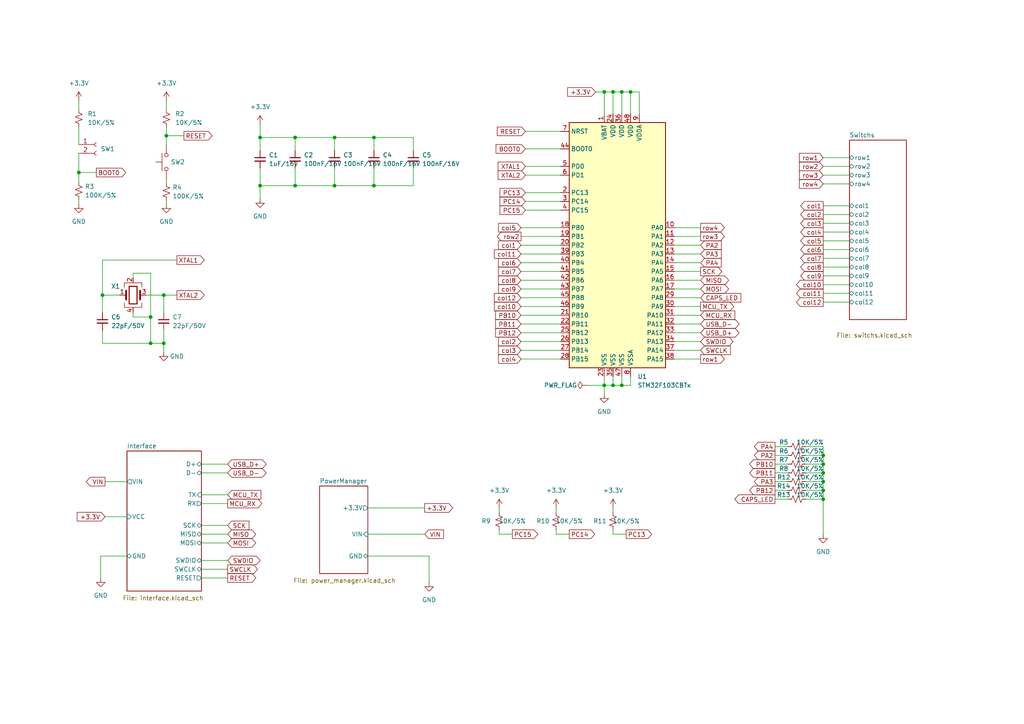
<source format=kicad_sch>
(kicad_sch (version 20211123) (generator eeschema)
  (paper "A4")
  (lib_symbols
    (symbol "Connector:Conn_01x02_Female" (pin_names (offset 1.016) hide)
      (property "Reference" "J" (at 0 2.54 0))
      (property "Value" "Conn_01x02_Female" (at 0 -5.08 0))
      (symbol "Conn_01x02_Female_1_1"
        (arc (start 0 -2.032) (mid -0.508 -2.54) (end 0 -3.048) (stroke (width 0.1524)))
        (polyline (pts (xy -1.27 -2.54) (xy -0.508 -2.54)) (stroke (width 0.1524)))
        (polyline (pts (xy -1.27 0) (xy -0.508 0)) (stroke (width 0.1524)))
        (arc (start 0 0.508) (mid -0.508 0) (end 0 -0.508) (stroke (width 0.1524)))
        (pin passive line (at -5.08 0 0) (length 3.81) (name "Pin_1") (number "1"))
        (pin passive line (at -5.08 -2.54 0) (length 3.81) (name "Pin_2") (number "2"))
      )
    )
    (symbol "Device:C_Small" (pin_numbers hide) (pin_names (offset 0.254) hide)
      (property "Reference" "C" (at 0.254 1.778 0))
      (property "Value" "C_Small" (at 0.254 -2.032 0))
      (symbol "C_Small_0_1"
        (polyline (pts (xy -1.524 -0.508) (xy 1.524 -0.508)) (stroke (width 0.3302)))
        (polyline (pts (xy -1.524 0.508) (xy 1.524 0.508)) (stroke (width 0.3048)))
      )
      (symbol "C_Small_1_1"
        (pin passive line (at 0 2.54 270) (length 2.032) (name "~") (number "1"))
        (pin passive line (at 0 -2.54 90) (length 2.032) (name "~") (number "2"))
      )
    )
    (symbol "Device:Crystal_GND24" (pin_names (offset 1.016) hide)
      (property "Reference" "Y" (at 3.175 5.08 0))
      (property "Value" "Crystal_GND24" (at 3.175 3.175 0))
      (symbol "Crystal_GND24_0_1"
        (rectangle (start -1.143 2.54) (end 1.143 -2.54) (stroke (width 0.3048)))
        (polyline (pts (xy -2.54 0) (xy -2.032 0)))
        (polyline (pts (xy -2.032 -1.27) (xy -2.032 1.27)) (stroke (width 0.508)))
        (polyline (pts (xy 0 -3.81) (xy 0 -3.556)))
        (polyline (pts (xy 0 3.556) (xy 0 3.81)))
        (polyline (pts (xy 2.032 -1.27) (xy 2.032 1.27)) (stroke (width 0.508)))
        (polyline (pts (xy 2.032 0) (xy 2.54 0)))
        (polyline (pts (xy -2.54 -2.286) (xy -2.54 -3.556) (xy 2.54 -3.556) (xy 2.54 -2.286)))
        (polyline (pts (xy -2.54 2.286) (xy -2.54 3.556) (xy 2.54 3.556) (xy 2.54 2.286)))
      )
      (symbol "Crystal_GND24_1_1"
        (pin passive line (at -3.81 0 0) (length 1.27) (name "1") (number "1"))
        (pin passive line (at 0 5.08 270) (length 1.27) (name "2") (number "2"))
        (pin passive line (at 3.81 0 180) (length 1.27) (name "3") (number "3"))
        (pin passive line (at 0 -5.08 90) (length 1.27) (name "4") (number "4"))
      )
    )
    (symbol "Device:R_Small_US" (pin_numbers hide) (pin_names (offset 0.254) hide)
      (property "Reference" "R" (at 0.762 0.508 0))
      (property "Value" "R_Small_US" (at 0.762 -1.016 0))
      (symbol "R_Small_US_1_1"
        (polyline (pts (xy 0 0) (xy 1.016 -0.381) (xy 0 -0.762) (xy -1.016 -1.143) (xy 0 -1.524)))
        (polyline (pts (xy 0 1.524) (xy 1.016 1.143) (xy 0 0.762) (xy -1.016 0.381) (xy 0 0)))
        (pin passive line (at 0 2.54 270) (length 1.016) (name "~") (number "1"))
        (pin passive line (at 0 -2.54 90) (length 1.016) (name "~") (number "2"))
      )
    )
    (symbol "MCU_ST_STM32F1:STM32F103CBTx"
      (property "Reference" "U" (at -15.24 36.83 0))
      (property "Value" "STM32F103CBTx" (at 7.62 36.83 0))
      (symbol "STM32F103CBTx_0_1"
        (rectangle (start -15.24 -35.56) (end 12.7 35.56) (stroke (width 0.254)) (fill (type background)))
      )
      (symbol "STM32F103CBTx_1_1"
        (pin power_in line (at -5.08 38.1 270) (length 2.54) (name "VBAT") (number "1"))
        (pin bidirectional line (at 15.24 5.08 180) (length 2.54) (name "PA0") (number "10"))
        (pin bidirectional line (at 15.24 2.54 180) (length 2.54) (name "PA1") (number "11"))
        (pin bidirectional line (at 15.24 0 180) (length 2.54) (name "PA2") (number "12"))
        (pin bidirectional line (at 15.24 -2.54 180) (length 2.54) (name "PA3") (number "13"))
        (pin bidirectional line (at 15.24 -5.08 180) (length 2.54) (name "PA4") (number "14"))
        (pin bidirectional line (at 15.24 -7.62 180) (length 2.54) (name "PA5") (number "15"))
        (pin bidirectional line (at 15.24 -10.16 180) (length 2.54) (name "PA6") (number "16"))
        (pin bidirectional line (at 15.24 -12.7 180) (length 2.54) (name "PA7") (number "17"))
        (pin bidirectional line (at -17.78 5.08 0) (length 2.54) (name "PB0") (number "18"))
        (pin bidirectional line (at -17.78 2.54 0) (length 2.54) (name "PB1") (number "19"))
        (pin bidirectional line (at -17.78 15.24 0) (length 2.54) (name "PC13") (number "2"))
        (pin bidirectional line (at -17.78 0 0) (length 2.54) (name "PB2") (number "20"))
        (pin bidirectional line (at -17.78 -20.32 0) (length 2.54) (name "PB10") (number "21"))
        (pin bidirectional line (at -17.78 -22.86 0) (length 2.54) (name "PB11") (number "22"))
        (pin power_in line (at -5.08 -38.1 90) (length 2.54) (name "VSS") (number "23"))
        (pin power_in line (at -2.54 38.1 270) (length 2.54) (name "VDD") (number "24"))
        (pin bidirectional line (at -17.78 -25.4 0) (length 2.54) (name "PB12") (number "25"))
        (pin bidirectional line (at -17.78 -27.94 0) (length 2.54) (name "PB13") (number "26"))
        (pin bidirectional line (at -17.78 -30.48 0) (length 2.54) (name "PB14") (number "27"))
        (pin bidirectional line (at -17.78 -33.02 0) (length 2.54) (name "PB15") (number "28"))
        (pin bidirectional line (at 15.24 -15.24 180) (length 2.54) (name "PA8") (number "29"))
        (pin bidirectional line (at -17.78 12.7 0) (length 2.54) (name "PC14") (number "3"))
        (pin bidirectional line (at 15.24 -17.78 180) (length 2.54) (name "PA9") (number "30"))
        (pin bidirectional line (at 15.24 -20.32 180) (length 2.54) (name "PA10") (number "31"))
        (pin bidirectional line (at 15.24 -22.86 180) (length 2.54) (name "PA11") (number "32"))
        (pin bidirectional line (at 15.24 -25.4 180) (length 2.54) (name "PA12") (number "33"))
        (pin bidirectional line (at 15.24 -27.94 180) (length 2.54) (name "PA13") (number "34"))
        (pin power_in line (at -2.54 -38.1 90) (length 2.54) (name "VSS") (number "35"))
        (pin power_in line (at 0 38.1 270) (length 2.54) (name "VDD") (number "36"))
        (pin bidirectional line (at 15.24 -30.48 180) (length 2.54) (name "PA14") (number "37"))
        (pin bidirectional line (at 15.24 -33.02 180) (length 2.54) (name "PA15") (number "38"))
        (pin bidirectional line (at -17.78 -2.54 0) (length 2.54) (name "PB3") (number "39"))
        (pin bidirectional line (at -17.78 10.16 0) (length 2.54) (name "PC15") (number "4"))
        (pin bidirectional line (at -17.78 -5.08 0) (length 2.54) (name "PB4") (number "40"))
        (pin bidirectional line (at -17.78 -7.62 0) (length 2.54) (name "PB5") (number "41"))
        (pin bidirectional line (at -17.78 -10.16 0) (length 2.54) (name "PB6") (number "42"))
        (pin bidirectional line (at -17.78 -12.7 0) (length 2.54) (name "PB7") (number "43"))
        (pin input line (at -17.78 27.94 0) (length 2.54) (name "BOOT0") (number "44"))
        (pin bidirectional line (at -17.78 -15.24 0) (length 2.54) (name "PB8") (number "45"))
        (pin bidirectional line (at -17.78 -17.78 0) (length 2.54) (name "PB9") (number "46"))
        (pin power_in line (at 0 -38.1 90) (length 2.54) (name "VSS") (number "47"))
        (pin power_in line (at 2.54 38.1 270) (length 2.54) (name "VDD") (number "48"))
        (pin input line (at -17.78 22.86 0) (length 2.54) (name "PD0") (number "5"))
        (pin input line (at -17.78 20.32 0) (length 2.54) (name "PD1") (number "6"))
        (pin input line (at -17.78 33.02 0) (length 2.54) (name "NRST") (number "7"))
        (pin power_in line (at 2.54 -38.1 90) (length 2.54) (name "VSSA") (number "8"))
        (pin power_in line (at 5.08 38.1 270) (length 2.54) (name "VDDA") (number "9"))
      )
    )
    (symbol "Switch:SW_Push" (pin_numbers hide) (pin_names (offset 1.016) hide)
      (property "Reference" "SW" (at 1.27 2.54 0))
      (property "Value" "SW_Push" (at 0 -1.524 0))
      (symbol "SW_Push_0_1"
        (circle (center -2.032 0) (radius 0.508))
        (polyline (pts (xy 0 1.27) (xy 0 3.048)))
        (polyline (pts (xy 2.54 1.27) (xy -2.54 1.27)))
        (circle (center 2.032 0) (radius 0.508))
        (pin passive line (at -5.08 0 0) (length 2.54) (name "1") (number "1"))
        (pin passive line (at 5.08 0 180) (length 2.54) (name "2") (number "2"))
      )
    )
    (symbol "power:+3.3V" (power) (pin_names (offset 0))
      (property "Value" "+3.3V" (at 0 3.556 0))
      (symbol "+3.3V_0_1"
        (polyline (pts (xy -0.762 1.27) (xy 0 2.54)))
        (polyline (pts (xy 0 0) (xy 0 2.54)))
        (polyline (pts (xy 0 2.54) (xy 0.762 1.27)))
      )
      (symbol "+3.3V_1_1"
        (pin power_in line (at 0 0 90) (length 0) hide (name "+3.3V") (number "1"))
      )
    )
    (symbol "power:GND" (power) (pin_names (offset 0))
      (property "Value" "GND" (at 0 -3.81 0))
      (symbol "GND_0_1"
        (polyline (pts (xy 0 0) (xy 0 -1.27) (xy 1.27 -1.27) (xy 0 -2.54) (xy -1.27 -1.27) (xy 0 -1.27)))
      )
      (symbol "GND_1_1"
        (pin power_in line (at 0 0 270) (length 0) hide (name "GND") (number "1"))
      )
    )
    (symbol "power:PWR_FLAG" (power) (pin_numbers hide) (pin_names (offset 0) hide)
      (property "Value" "PWR_FLAG" (at 0 3.81 0))
      (symbol "PWR_FLAG_0_0"
        (pin power_out line (at 0 0 90) (length 0) (name "pwr") (number "1"))
      )
      (symbol "PWR_FLAG_0_1"
        (polyline (pts (xy 0 0) (xy 0 1.27) (xy -1.016 1.905) (xy 0 2.54) (xy 1.016 1.905) (xy 0 1.27)))
      )
    )
  )
  (junction (at 75.438 53.848))
  (junction (at 97.028 53.848))
  (junction (at 48.26 39.37))
  (junction (at 97.028 39.878))
  (junction (at 238.76 142.24))
  (junction (at 29.718 85.598))
  (junction (at 85.598 39.878))
  (junction (at 177.8 26.67))
  (junction (at 238.76 144.78))
  (junction (at 238.76 134.62))
  (junction (at 85.598 53.848))
  (junction (at 75.438 39.878))
  (junction (at 47.498 99.568))
  (junction (at 43.688 99.568))
  (junction (at 238.76 139.7))
  (junction (at 43.688 91.948))
  (junction (at 238.76 132.08))
  (junction (at 180.34 26.67))
  (junction (at 108.458 39.878))
  (junction (at 238.76 137.16))
  (junction (at 180.34 111.76))
  (junction (at 182.88 26.67))
  (junction (at 22.86 50.038))
  (junction (at 175.26 111.76))
  (junction (at 177.8 111.76))
  (junction (at 47.498 85.598))
  (junction (at 175.26 26.67))
  (junction (at 108.458 53.848))
  (wire (pts (xy 58.42 167.64) (xy 66.04 167.64)))
  (wire (pts (xy 144.78 154.94) (xy 148.59 154.94)))
  (wire (pts (xy 85.598 53.848) (xy 75.438 53.848)))
  (wire (pts (xy 224.79 144.78) (xy 228.6 144.78)))
  (wire (pts (xy 42.418 85.598) (xy 47.498 85.598)))
  (wire (pts (xy 151.13 71.12) (xy 162.56 71.12)))
  (wire (pts (xy 108.458 53.848) (xy 97.028 53.848)))
  (wire (pts (xy 85.598 48.768) (xy 85.598 53.848)))
  (wire (pts (xy 29.718 75.438) (xy 29.718 85.598)))
  (wire (pts (xy 238.76 50.8) (xy 246.38 50.8)))
  (wire (pts (xy 144.78 153.67) (xy 144.78 154.94)))
  (wire (pts (xy 85.598 39.878) (xy 97.028 39.878)))
  (wire (pts (xy 161.29 147.32) (xy 161.29 148.59)))
  (wire (pts (xy 224.79 137.16) (xy 228.6 137.16)))
  (wire (pts (xy 177.8 26.67) (xy 177.8 33.02)))
  (wire (pts (xy 233.68 129.54) (xy 238.76 129.54)))
  (wire (pts (xy 177.8 109.22) (xy 177.8 111.76)))
  (wire (pts (xy 224.79 139.7) (xy 228.6 139.7)))
  (wire (pts (xy 151.13 68.58) (xy 162.56 68.58)))
  (wire (pts (xy 58.42 137.16) (xy 66.04 137.16)))
  (wire (pts (xy 182.88 109.22) (xy 182.88 111.76)))
  (wire (pts (xy 151.13 104.14) (xy 162.56 104.14)))
  (wire (pts (xy 238.76 59.69) (xy 246.38 59.69)))
  (wire (pts (xy 233.68 132.08) (xy 238.76 132.08)))
  (wire (pts (xy 151.13 81.28) (xy 162.56 81.28)))
  (wire (pts (xy 22.86 36.83) (xy 22.86 41.91)))
  (wire (pts (xy 152.4 48.26) (xy 162.56 48.26)))
  (wire (pts (xy 58.42 152.4) (xy 66.04 152.4)))
  (wire (pts (xy 195.58 68.58) (xy 203.2 68.58)))
  (wire (pts (xy 233.68 144.78) (xy 238.76 144.78)))
  (wire (pts (xy 195.58 83.82) (xy 203.2 83.82)))
  (wire (pts (xy 224.79 134.62) (xy 228.6 134.62)))
  (wire (pts (xy 175.26 33.02) (xy 175.26 26.67)))
  (wire (pts (xy 233.68 142.24) (xy 238.76 142.24)))
  (wire (pts (xy 195.58 101.6) (xy 203.2 101.6)))
  (wire (pts (xy 58.42 146.05) (xy 66.04 146.05)))
  (wire (pts (xy 238.76 67.31) (xy 246.38 67.31)))
  (wire (pts (xy 58.42 162.56) (xy 66.04 162.56)))
  (wire (pts (xy 119.888 48.768) (xy 119.888 53.848)))
  (wire (pts (xy 224.79 142.24) (xy 228.6 142.24)))
  (wire (pts (xy 238.76 69.85) (xy 246.38 69.85)))
  (wire (pts (xy 238.76 48.26) (xy 246.38 48.26)))
  (wire (pts (xy 151.13 86.36) (xy 162.56 86.36)))
  (wire (pts (xy 195.58 71.12) (xy 203.2 71.12)))
  (wire (pts (xy 238.76 77.47) (xy 246.38 77.47)))
  (wire (pts (xy 38.608 91.948) (xy 43.688 91.948)))
  (wire (pts (xy 151.13 101.6) (xy 162.56 101.6)))
  (wire (pts (xy 177.8 154.94) (xy 181.61 154.94)))
  (wire (pts (xy 75.438 39.878) (xy 85.598 39.878)))
  (wire (pts (xy 48.26 39.37) (xy 53.34 39.37)))
  (wire (pts (xy 177.8 111.76) (xy 180.34 111.76)))
  (wire (pts (xy 238.76 134.62) (xy 238.76 137.16)))
  (wire (pts (xy 36.83 161.29) (xy 29.21 161.29)))
  (wire (pts (xy 224.79 129.54) (xy 228.6 129.54)))
  (wire (pts (xy 97.028 48.768) (xy 97.028 53.848)))
  (wire (pts (xy 195.58 99.06) (xy 203.2 99.06)))
  (wire (pts (xy 238.76 72.39) (xy 246.38 72.39)))
  (wire (pts (xy 161.29 153.67) (xy 161.29 154.94)))
  (wire (pts (xy 195.58 86.36) (xy 203.2 86.36)))
  (wire (pts (xy 152.4 43.18) (xy 162.56 43.18)))
  (wire (pts (xy 238.76 62.23) (xy 246.38 62.23)))
  (wire (pts (xy 151.13 99.06) (xy 162.56 99.06)))
  (wire (pts (xy 238.76 144.78) (xy 238.76 154.94)))
  (wire (pts (xy 161.29 154.94) (xy 165.1 154.94)))
  (wire (pts (xy 151.13 78.74) (xy 162.56 78.74)))
  (wire (pts (xy 75.438 53.848) (xy 75.438 57.658)))
  (wire (pts (xy 58.42 157.48) (xy 66.04 157.48)))
  (wire (pts (xy 195.58 73.66) (xy 203.2 73.66)))
  (wire (pts (xy 151.13 88.9) (xy 162.56 88.9)))
  (wire (pts (xy 195.58 88.9) (xy 203.2 88.9)))
  (wire (pts (xy 97.028 53.848) (xy 85.598 53.848)))
  (wire (pts (xy 224.79 132.08) (xy 228.6 132.08)))
  (wire (pts (xy 106.68 154.94) (xy 123.19 154.94)))
  (wire (pts (xy 22.86 44.45) (xy 22.86 50.038)))
  (wire (pts (xy 108.458 39.878) (xy 119.888 39.878)))
  (wire (pts (xy 152.4 60.96) (xy 162.56 60.96)))
  (wire (pts (xy 195.58 66.04) (xy 203.2 66.04)))
  (wire (pts (xy 152.4 38.1) (xy 162.56 38.1)))
  (wire (pts (xy 238.76 142.24) (xy 238.76 144.78)))
  (wire (pts (xy 38.608 91.948) (xy 38.608 90.678)))
  (wire (pts (xy 185.42 26.67) (xy 185.42 33.02)))
  (wire (pts (xy 238.76 137.16) (xy 238.76 139.7)))
  (wire (pts (xy 58.42 154.94) (xy 66.04 154.94)))
  (wire (pts (xy 108.458 48.768) (xy 108.458 53.848)))
  (wire (pts (xy 238.76 139.7) (xy 238.76 142.24)))
  (wire (pts (xy 106.68 161.29) (xy 124.46 161.29)))
  (wire (pts (xy 29.718 99.568) (xy 43.688 99.568)))
  (wire (pts (xy 195.58 76.2) (xy 203.2 76.2)))
  (wire (pts (xy 152.4 55.88) (xy 162.56 55.88)))
  (wire (pts (xy 172.72 26.67) (xy 175.26 26.67)))
  (wire (pts (xy 48.26 52.07) (xy 48.26 53.086)))
  (wire (pts (xy 182.88 26.67) (xy 182.88 33.02)))
  (wire (pts (xy 48.26 39.37) (xy 48.26 41.91)))
  (wire (pts (xy 124.46 161.29) (xy 124.46 168.91)))
  (wire (pts (xy 29.718 95.758) (xy 29.718 99.568)))
  (wire (pts (xy 151.13 96.52) (xy 162.56 96.52)))
  (wire (pts (xy 152.4 50.8) (xy 162.56 50.8)))
  (wire (pts (xy 47.498 95.758) (xy 47.498 99.568)))
  (wire (pts (xy 195.58 91.44) (xy 203.2 91.44)))
  (wire (pts (xy 144.78 147.32) (xy 144.78 148.59)))
  (wire (pts (xy 195.58 104.14) (xy 203.2 104.14)))
  (wire (pts (xy 151.13 83.82) (xy 162.56 83.82)))
  (wire (pts (xy 22.86 50.038) (xy 22.86 52.832)))
  (wire (pts (xy 22.86 29.21) (xy 22.86 31.75)))
  (wire (pts (xy 75.438 39.878) (xy 75.438 43.688)))
  (wire (pts (xy 119.888 53.848) (xy 108.458 53.848)))
  (wire (pts (xy 152.4 58.42) (xy 162.56 58.42)))
  (wire (pts (xy 48.26 29.21) (xy 48.26 31.75)))
  (wire (pts (xy 75.438 36.068) (xy 75.438 39.878)))
  (wire (pts (xy 177.8 147.32) (xy 177.8 148.59)))
  (wire (pts (xy 151.13 73.66) (xy 162.56 73.66)))
  (wire (pts (xy 195.58 93.98) (xy 203.2 93.98)))
  (wire (pts (xy 97.028 39.878) (xy 97.028 43.688)))
  (wire (pts (xy 58.42 134.62) (xy 66.04 134.62)))
  (wire (pts (xy 51.308 75.438) (xy 29.718 75.438)))
  (wire (pts (xy 30.48 139.7) (xy 36.83 139.7)))
  (wire (pts (xy 47.498 85.598) (xy 47.498 90.678)))
  (wire (pts (xy 151.13 91.44) (xy 162.56 91.44)))
  (wire (pts (xy 22.86 57.912) (xy 22.86 59.182)))
  (wire (pts (xy 238.76 82.55) (xy 246.38 82.55)))
  (wire (pts (xy 175.26 26.67) (xy 177.8 26.67)))
  (wire (pts (xy 170.18 111.76) (xy 175.26 111.76)))
  (wire (pts (xy 85.598 39.878) (xy 85.598 43.688)))
  (wire (pts (xy 106.68 147.32) (xy 123.19 147.32)))
  (wire (pts (xy 175.26 111.76) (xy 175.26 114.3)))
  (wire (pts (xy 195.58 81.28) (xy 203.2 81.28)))
  (wire (pts (xy 238.76 53.34) (xy 246.38 53.34)))
  (wire (pts (xy 175.26 109.22) (xy 175.26 111.76)))
  (wire (pts (xy 238.76 74.93) (xy 246.38 74.93)))
  (wire (pts (xy 75.438 48.768) (xy 75.438 53.848)))
  (wire (pts (xy 238.76 85.09) (xy 246.38 85.09)))
  (wire (pts (xy 238.76 45.72) (xy 246.38 45.72)))
  (wire (pts (xy 195.58 96.52) (xy 203.2 96.52)))
  (wire (pts (xy 238.76 129.54) (xy 238.76 132.08)))
  (wire (pts (xy 151.13 76.2) (xy 162.56 76.2)))
  (wire (pts (xy 43.688 99.568) (xy 47.498 99.568)))
  (wire (pts (xy 43.688 91.948) (xy 43.688 99.568)))
  (wire (pts (xy 119.888 39.878) (xy 119.888 43.688)))
  (wire (pts (xy 30.48 149.86) (xy 36.83 149.86)))
  (wire (pts (xy 182.88 26.67) (xy 185.42 26.67)))
  (wire (pts (xy 180.34 26.67) (xy 182.88 26.67)))
  (wire (pts (xy 97.028 39.878) (xy 108.458 39.878)))
  (wire (pts (xy 238.76 64.77) (xy 246.38 64.77)))
  (wire (pts (xy 38.608 79.248) (xy 43.688 79.248)))
  (wire (pts (xy 238.76 87.63) (xy 246.38 87.63)))
  (wire (pts (xy 47.498 99.568) (xy 47.498 102.108)))
  (wire (pts (xy 151.13 93.98) (xy 162.56 93.98)))
  (wire (pts (xy 180.34 109.22) (xy 180.34 111.76)))
  (wire (pts (xy 238.76 80.01) (xy 246.38 80.01)))
  (wire (pts (xy 48.26 36.83) (xy 48.26 39.37)))
  (wire (pts (xy 180.34 26.67) (xy 180.34 33.02)))
  (wire (pts (xy 58.42 165.1) (xy 66.04 165.1)))
  (wire (pts (xy 195.58 78.74) (xy 203.2 78.74)))
  (wire (pts (xy 29.21 161.29) (xy 29.21 167.64)))
  (wire (pts (xy 177.8 26.67) (xy 180.34 26.67)))
  (wire (pts (xy 233.68 137.16) (xy 238.76 137.16)))
  (wire (pts (xy 233.68 134.62) (xy 238.76 134.62)))
  (wire (pts (xy 58.42 143.51) (xy 66.04 143.51)))
  (wire (pts (xy 48.26 58.166) (xy 48.26 59.182)))
  (wire (pts (xy 151.13 66.04) (xy 162.56 66.04)))
  (wire (pts (xy 47.498 85.598) (xy 51.308 85.598)))
  (wire (pts (xy 177.8 153.67) (xy 177.8 154.94)))
  (wire (pts (xy 22.86 50.038) (xy 27.94 50.038)))
  (wire (pts (xy 177.8 111.76) (xy 175.26 111.76)))
  (wire (pts (xy 108.458 39.878) (xy 108.458 43.688)))
  (wire (pts (xy 238.76 132.08) (xy 238.76 134.62)))
  (wire (pts (xy 38.608 80.518) (xy 38.608 79.248)))
  (wire (pts (xy 43.688 79.248) (xy 43.688 91.948)))
  (wire (pts (xy 34.798 85.598) (xy 29.718 85.598)))
  (wire (pts (xy 233.68 139.7) (xy 238.76 139.7)))
  (wire (pts (xy 180.34 111.76) (xy 182.88 111.76)))
  (wire (pts (xy 29.718 85.598) (xy 29.718 90.678)))
  (global_label "PB12" (shape input) (at 151.13 96.52 180) (property "插入圖紙頁參考" "${INTERSHEET_REFS}" (effects hide)))
  (global_label "col6" (shape output) (at 238.76 72.39 180) (property "插入圖紙頁參考" "${INTERSHEET_REFS}" (effects hide)))
  (global_label "col3" (shape input) (at 151.13 101.6 180) (property "插入圖紙頁參考" "${INTERSHEET_REFS}" (effects hide)))
  (global_label "col9" (shape input) (at 151.13 83.82 180) (property "插入圖紙頁參考" "${INTERSHEET_REFS}" (effects hide)))
  (global_label "col4" (shape input) (at 151.13 104.14 180) (property "插入圖紙頁參考" "${INTERSHEET_REFS}" (effects hide)))
  (global_label "col8" (shape input) (at 151.13 81.28 180) (property "插入圖紙頁參考" "${INTERSHEET_REFS}" (effects hide)))
  (global_label "RESET" (shape input) (at 152.4 38.1 180) (property "插入圖紙頁參考" "${INTERSHEET_REFS}" (effects hide)))
  (global_label "col1" (shape input) (at 151.13 71.12 180) (property "插入圖紙頁參考" "${INTERSHEET_REFS}" (effects hide)))
  (global_label "row3" (shape output) (at 203.2 68.58 0) (property "插入圖紙頁參考" "${INTERSHEET_REFS}" (effects hide)))
  (global_label "col9" (shape output) (at 238.76 80.01 180) (property "插入圖紙頁參考" "${INTERSHEET_REFS}" (effects hide)))
  (global_label "USB_D-" (shape bidirectional) (at 66.04 137.16 0) (property "插入圖紙頁參考" "${INTERSHEET_REFS}" (effects hide)))
  (global_label "col2" (shape input) (at 151.13 99.06 180) (property "插入圖紙頁參考" "${INTERSHEET_REFS}" (effects hide)))
  (global_label "+3.3V" (shape input) (at 172.72 26.67 180) (property "插入圖紙頁參考" "${INTERSHEET_REFS}" (effects hide)))
  (global_label "+3.3V" (shape input) (at 30.48 149.86 180) (property "插入圖紙頁參考" "${INTERSHEET_REFS}" (effects hide)))
  (global_label "PB11" (shape input) (at 151.13 93.98 180) (property "插入圖紙頁參考" "${INTERSHEET_REFS}" (effects hide)))
  (global_label "XTAL1" (shape output) (at 51.308 75.438 0) (property "插入圖紙頁參考" "${INTERSHEET_REFS}" (effects hide)))
  (global_label "col12" (shape input) (at 151.13 86.36 180) (property "插入圖紙頁參考" "${INTERSHEET_REFS}" (effects hide)))
  (global_label "CAPS_LED" (shape output) (at 224.79 144.78 180) (property "插入圖紙頁參考" "${INTERSHEET_REFS}" (effects hide)))
  (global_label "row2" (shape input) (at 238.76 48.26 180) (property "插入圖紙頁參考" "${INTERSHEET_REFS}" (effects hide)))
  (global_label "XTAL2" (shape input) (at 152.4 50.8 180) (property "插入圖紙頁參考" "${INTERSHEET_REFS}" (effects hide)))
  (global_label "MCU_RX" (shape input) (at 203.2 91.44 0) (property "插入圖紙頁參考" "${INTERSHEET_REFS}" (effects hide)))
  (global_label "PC15" (shape input) (at 152.4 60.96 180) (property "插入圖紙頁參考" "${INTERSHEET_REFS}" (effects hide)))
  (global_label "SCK" (shape input) (at 66.04 152.4 0) (property "插入圖紙頁參考" "${INTERSHEET_REFS}" (effects hide)))
  (global_label "col2" (shape output) (at 238.76 62.23 180) (property "插入圖紙頁參考" "${INTERSHEET_REFS}" (effects hide)))
  (global_label "PB10" (shape input) (at 151.13 91.44 180) (property "插入圖紙頁參考" "${INTERSHEET_REFS}" (effects hide)))
  (global_label "USB_D+" (shape bidirectional) (at 203.2 96.52 0) (property "插入圖紙頁參考" "${INTERSHEET_REFS}" (effects hide)))
  (global_label "CAPS_LED" (shape input) (at 203.2 86.36 0) (property "插入圖紙頁參考" "${INTERSHEET_REFS}" (effects hide)))
  (global_label "RESET" (shape output) (at 66.04 167.64 0) (property "插入圖紙頁參考" "${INTERSHEET_REFS}" (effects hide)))
  (global_label "PA4" (shape output) (at 224.79 129.54 180) (property "插入圖紙頁參考" "${INTERSHEET_REFS}" (effects hide)))
  (global_label "MISO" (shape bidirectional) (at 203.2 81.28 0) (property "插入圖紙頁參考" "${INTERSHEET_REFS}" (effects hide)))
  (global_label "col7" (shape output) (at 238.76 74.93 180) (property "插入圖紙頁參考" "${INTERSHEET_REFS}" (effects hide)))
  (global_label "BOOT0" (shape input) (at 152.4 43.18 180) (property "插入圖紙頁參考" "${INTERSHEET_REFS}" (effects hide)))
  (global_label "col11" (shape input) (at 151.13 73.66 180) (property "插入圖紙頁參考" "${INTERSHEET_REFS}" (effects hide)))
  (global_label "USB_D-" (shape bidirectional) (at 203.2 93.98 0) (property "插入圖紙頁參考" "${INTERSHEET_REFS}" (effects hide)))
  (global_label "row4" (shape output) (at 203.2 66.04 0) (property "插入圖紙頁參考" "${INTERSHEET_REFS}" (effects hide)))
  (global_label "col11" (shape output) (at 238.76 85.09 180) (property "插入圖紙頁參考" "${INTERSHEET_REFS}" (effects hide)))
  (global_label "row4" (shape input) (at 238.76 53.34 180) (property "插入圖紙頁參考" "${INTERSHEET_REFS}" (effects hide)))
  (global_label "PC14" (shape input) (at 152.4 58.42 180) (property "插入圖紙頁參考" "${INTERSHEET_REFS}" (effects hide)))
  (global_label "PA3" (shape input) (at 203.2 73.66 0) (property "插入圖紙頁參考" "${INTERSHEET_REFS}" (effects hide)))
  (global_label "col5" (shape input) (at 151.13 66.04 180) (property "插入圖紙頁參考" "${INTERSHEET_REFS}" (effects hide)))
  (global_label "SWCLK" (shape output) (at 66.04 165.1 0) (property "插入圖紙頁參考" "${INTERSHEET_REFS}" (effects hide)))
  (global_label "col6" (shape input) (at 151.13 76.2 180) (property "插入圖紙頁參考" "${INTERSHEET_REFS}" (effects hide)))
  (global_label "row1" (shape output) (at 203.2 104.14 0) (property "插入圖紙頁參考" "${INTERSHEET_REFS}" (effects hide)))
  (global_label "RESET" (shape output) (at 53.34 39.37 0) (property "插入圖紙頁參考" "${INTERSHEET_REFS}" (effects hide)))
  (global_label "MISO" (shape bidirectional) (at 66.04 154.94 0) (property "插入圖紙頁參考" "${INTERSHEET_REFS}" (effects hide)))
  (global_label "col10" (shape input) (at 151.13 88.9 180) (property "插入圖紙頁參考" "${INTERSHEET_REFS}" (effects hide)))
  (global_label "PB11" (shape output) (at 224.79 137.16 180) (property "插入圖紙頁參考" "${INTERSHEET_REFS}" (effects hide)))
  (global_label "BOOT0" (shape output) (at 27.94 50.038 0) (property "插入圖紙頁參考" "${INTERSHEET_REFS}" (effects hide)))
  (global_label "col7" (shape input) (at 151.13 78.74 180) (property "插入圖紙頁參考" "${INTERSHEET_REFS}" (effects hide)))
  (global_label "col3" (shape output) (at 238.76 64.77 180) (property "插入圖紙頁參考" "${INTERSHEET_REFS}" (effects hide)))
  (global_label "row1" (shape input) (at 238.76 45.72 180) (property "插入圖紙頁參考" "${INTERSHEET_REFS}" (effects hide)))
  (global_label "SWDIO" (shape bidirectional) (at 66.04 162.56 0) (property "插入圖紙頁參考" "${INTERSHEET_REFS}" (effects hide)))
  (global_label "col4" (shape output) (at 238.76 67.31 180) (property "插入圖紙頁參考" "${INTERSHEET_REFS}" (effects hide)))
  (global_label "col12" (shape output) (at 238.76 87.63 180) (property "插入圖紙頁參考" "${INTERSHEET_REFS}" (effects hide)))
  (global_label "PB12" (shape output) (at 224.79 142.24 180) (property "插入圖紙頁參考" "${INTERSHEET_REFS}" (effects hide)))
  (global_label "col5" (shape output) (at 238.76 69.85 180) (property "插入圖紙頁參考" "${INTERSHEET_REFS}" (effects hide)))
  (global_label "PC15" (shape output) (at 148.59 154.94 0) (property "插入圖紙頁參考" "${INTERSHEET_REFS}" (effects hide)))
  (global_label "PA3" (shape output) (at 224.79 139.7 180) (property "插入圖紙頁參考" "${INTERSHEET_REFS}" (effects hide)))
  (global_label "XTAL2" (shape output) (at 51.308 85.598 0) (property "插入圖紙頁參考" "${INTERSHEET_REFS}" (effects hide)))
  (global_label "col1" (shape output) (at 238.76 59.69 180) (property "插入圖紙頁參考" "${INTERSHEET_REFS}" (effects hide)))
  (global_label "PA4" (shape input) (at 203.2 76.2 0) (property "插入圖紙頁參考" "${INTERSHEET_REFS}" (effects hide)))
  (global_label "PC14" (shape output) (at 165.1 154.94 0) (property "插入圖紙頁參考" "${INTERSHEET_REFS}" (effects hide)))
  (global_label "SWCLK" (shape input) (at 203.2 101.6 0) (property "插入圖紙頁參考" "${INTERSHEET_REFS}" (effects hide)))
  (global_label "col10" (shape output) (at 238.76 82.55 180) (property "插入圖紙頁參考" "${INTERSHEET_REFS}" (effects hide)))
  (global_label "row2" (shape output) (at 151.13 68.58 180) (property "插入圖紙頁參考" "${INTERSHEET_REFS}" (effects hide)))
  (global_label "MOSI" (shape bidirectional) (at 66.04 157.48 0) (property "插入圖紙頁參考" "${INTERSHEET_REFS}" (effects hide)))
  (global_label "SWDIO" (shape bidirectional) (at 203.2 99.06 0) (property "插入圖紙頁參考" "${INTERSHEET_REFS}" (effects hide)))
  (global_label "XTAL1" (shape input) (at 152.4 48.26 180) (property "插入圖紙頁參考" "${INTERSHEET_REFS}" (effects hide)))
  (global_label "MCU_TX" (shape input) (at 66.04 143.51 0) (property "插入圖紙頁參考" "${INTERSHEET_REFS}" (effects hide)))
  (global_label "PA2" (shape output) (at 224.79 132.08 180) (property "插入圖紙頁參考" "${INTERSHEET_REFS}" (effects hide)))
  (global_label "MCU_RX" (shape output) (at 66.04 146.05 0) (property "插入圖紙頁參考" "${INTERSHEET_REFS}" (effects hide)))
  (global_label "SCK" (shape output) (at 203.2 78.74 0) (property "插入圖紙頁參考" "${INTERSHEET_REFS}" (effects hide)))
  (global_label "MCU_TX" (shape output) (at 203.2 88.9 0) (property "插入圖紙頁參考" "${INTERSHEET_REFS}" (effects hide)))
  (global_label "PA2" (shape input) (at 203.2 71.12 0) (property "插入圖紙頁參考" "${INTERSHEET_REFS}" (effects hide)))
  (global_label "USB_D+" (shape bidirectional) (at 66.04 134.62 0) (property "插入圖紙頁參考" "${INTERSHEET_REFS}" (effects hide)))
  (global_label "PB10" (shape output) (at 224.79 134.62 180) (property "插入圖紙頁參考" "${INTERSHEET_REFS}" (effects hide)))
  (global_label "MOSI" (shape bidirectional) (at 203.2 83.82 0) (property "插入圖紙頁參考" "${INTERSHEET_REFS}" (effects hide)))
  (global_label "+3.3V" (shape output) (at 123.19 147.32 0) (property "插入圖紙頁參考" "${INTERSHEET_REFS}" (effects hide)))
  (global_label "PC13" (shape input) (at 152.4 55.88 180) (property "插入圖紙頁參考" "${INTERSHEET_REFS}" (effects hide)))
  (global_label "VIN" (shape input) (at 123.19 154.94 0) (property "插入圖紙頁參考" "${INTERSHEET_REFS}" (effects hide)))
  (global_label "VIN" (shape output) (at 30.48 139.7 180) (property "插入圖紙頁參考" "${INTERSHEET_REFS}" (effects hide)))
  (global_label "row3" (shape input) (at 238.76 50.8 180) (property "插入圖紙頁參考" "${INTERSHEET_REFS}" (effects hide)))
  (global_label "col8" (shape output) (at 238.76 77.47 180) (property "插入圖紙頁參考" "${INTERSHEET_REFS}" (effects hide)))
  (global_label "PC13" (shape output) (at 181.61 154.94 0) (property "插入圖紙頁參考" "${INTERSHEET_REFS}" (effects hide)))
  (symbol (lib_id "Device:R_Small_US") (at 48.26 55.626 0) (unit 1)
    (property "Reference" "R4" (at 50.038 54.3559 0) (effects (justify left)))
    (property "Value" "100K/5%" (at 50.038 56.8959 0) (effects (justify left)))
    (property "Footprint" "Resistor_SMD:R_0603_1608Metric" (effects hide))
  )
  (symbol (lib_id "Device:C_Small") (at 97.028 46.228 0) (unit 1)
    (property "Reference" "C3" (at 99.568 44.9642 0) (effects (justify left)))
    (property "Value" "100nF/16V" (at 99.568 47.5042 0) (effects (justify left)))
    (property "Footprint" "Capacitor_SMD:C_0603_1608Metric" (effects hide))
  )
  (symbol (lib_id "Device:R_Small_US") (at 231.14 134.62 270) (unit 1)
    (property "Reference" "R7" (at 227.33 133.35 90))
    (property "Value" "10K/5%" (at 234.95 133.35 90))
    (property "Footprint" "Resistor_SMD:R_0603_1608Metric" (effects hide))
  )
  (symbol (lib_id "Device:C_Small") (at 29.718 93.218 0) (unit 1)
    (property "Reference" "C6" (at 32.258 91.9542 0) (effects (justify left)))
    (property "Value" "22pF/50V" (at 32.258 94.4942 0) (effects (justify left)))
    (property "Footprint" "Capacitor_SMD:C_0603_1608Metric" (effects hide))
  )
  (symbol (lib_id "power:GND") (at 124.46 168.91 0) (unit 1)
    (property "Reference" "#PWR015" (effects hide))
    (property "Value" "GND" (at 124.46 173.99 0))
  )
  (symbol (lib_id "Device:R_Small_US") (at 231.14 129.54 270) (unit 1)
    (property "Reference" "R5" (at 227.33 128.27 90))
    (property "Value" "10K/5%" (at 234.95 128.27 90))
    (property "Footprint" "Resistor_SMD:R_0603_1608Metric" (effects hide))
  )
  (symbol (lib_id "Device:R_Small_US") (at 231.14 142.24 270) (unit 1)
    (property "Reference" "R14" (at 227.33 140.97 90))
    (property "Value" "10K/5%" (at 234.95 140.97 90))
    (property "Footprint" "Resistor_SMD:R_0603_1608Metric" (effects hide))
  )
  (symbol (lib_id "Device:R_Small_US") (at 144.78 151.13 0) (unit 1)
    (property "Reference" "R9" (at 140.97 151.13 0))
    (property "Value" "10K/5%" (at 148.59 151.13 0))
    (property "Footprint" "Resistor_SMD:R_0603_1608Metric" (effects hide))
  )
  (symbol (lib_id "power:+3.3V") (at 22.86 29.21 0) (unit 1)
    (property "Reference" "#PWR01" (effects hide))
    (property "Value" "+3.3V" (at 22.86 24.13 0))
  )
  (symbol (lib_id "power:+3.3V") (at 161.29 147.32 0) (unit 1)
    (property "Reference" "#PWR011" (effects hide))
    (property "Value" "+3.3V" (at 161.29 142.24 0))
  )
  (symbol (lib_id "Device:C_Small") (at 85.598 46.228 0) (unit 1)
    (property "Reference" "C2" (at 88.138 44.9642 0) (effects (justify left)))
    (property "Value" "100nF/16V" (at 88.138 47.5042 0) (effects (justify left)))
    (property "Footprint" "Capacitor_SMD:C_0603_1608Metric" (effects hide))
  )
  (symbol (lib_id "power:+3.3V") (at 177.8 147.32 0) (unit 1)
    (property "Reference" "#PWR012" (effects hide))
    (property "Value" "+3.3V" (at 177.8 142.24 0))
  )
  (symbol (lib_id "Device:R_Small_US") (at 22.86 55.372 0) (unit 1)
    (property "Reference" "R3" (at 24.638 54.1019 0) (effects (justify left)))
    (property "Value" "100K/5%" (at 24.638 56.6419 0) (effects (justify left)))
    (property "Footprint" "Resistor_SMD:R_0603_1608Metric" (effects hide))
  )
  (symbol (lib_id "Device:R_Small_US") (at 231.14 144.78 270) (unit 1)
    (property "Reference" "R13" (at 227.33 143.51 90))
    (property "Value" "10K/5%" (at 234.95 143.51 90))
    (property "Footprint" "Resistor_SMD:R_0603_1608Metric" (effects hide))
  )
  (symbol (lib_id "power:GND") (at 47.498 102.108 0) (unit 1)
    (property "Reference" "#PWR07" (effects hide))
    (property "Value" "GND" (at 51.308 103.378 0))
  )
  (symbol (lib_id "Device:R_Small_US") (at 177.8 151.13 0) (unit 1)
    (property "Reference" "R11" (at 173.99 151.13 0))
    (property "Value" "10K/5%" (at 181.61 151.13 0))
    (property "Footprint" "Resistor_SMD:R_0603_1608Metric" (effects hide))
  )
  (symbol (lib_id "power:GND") (at 175.26 114.3 0) (unit 1)
    (property "Reference" "#PWR08" (effects hide))
    (property "Value" "GND" (at 175.26 119.38 0))
  )
  (symbol (lib_id "power:GND") (at 22.86 59.182 0) (unit 1)
    (property "Reference" "#PWR05" (effects hide))
    (property "Value" "GND" (at 22.86 64.262 0))
  )
  (symbol (lib_id "MCU_ST_STM32F1:STM32F103CBTx") (at 180.34 71.12 0) (unit 1)
    (property "Reference" "U1" (at 184.8994 109.22 0) (effects (justify left)))
    (property "Value" "STM32F103CBTx" (at 184.8994 111.76 0) (effects (justify left)))
    (property "Footprint" "Package_QFP:LQFP-48_7x7mm_P0.5mm" (effects hide))
    (property "Datasheet" "http://www.st.com/st-web-ui/static/active/en/resource/technical/document/datasheet/CD00161566.pdf" (effects hide))
  )
  (symbol (lib_id "Device:R_Small_US") (at 48.26 34.29 0) (unit 1)
    (property "Reference" "R2" (at 50.8 33.0199 0) (effects (justify left)))
    (property "Value" "10K/5%" (at 50.8 35.5599 0) (effects (justify left)))
    (property "Footprint" "Resistor_SMD:R_0603_1608Metric" (effects hide))
  )
  (symbol (lib_id "Switch:SW_Push") (at 48.26 46.99 90) (unit 1)
    (property "Reference" "SW2" (at 49.53 46.99 90) (effects (justify right)))
    (property "Value" "SW_Push" (effects hide))
    (property "Footprint" "Button_Switch_SMD:SW_Push_1P1T_NO_CK_KSC6xxJ" (effects hide))
  )
  (symbol (lib_id "Device:R_Small_US") (at 231.14 139.7 270) (unit 1)
    (property "Reference" "R12" (at 227.33 138.43 90))
    (property "Value" "10K/5%" (at 234.95 138.43 90))
    (property "Footprint" "Resistor_SMD:R_0603_1608Metric" (effects hide))
  )
  (symbol (lib_id "power:PWR_FLAG") (at 170.18 111.76 90) (unit 1)
    (property "Reference" "#FLG01" (effects hide))
    (property "Value" "PWR_FLAG" (at 162.56 111.76 90))
  )
  (symbol (lib_id "power:GND") (at 29.21 167.64 0) (unit 1)
    (property "Reference" "#PWR014" (effects hide))
    (property "Value" "GND" (at 29.21 172.72 0))
  )
  (symbol (lib_id "Device:C_Small") (at 75.438 46.228 0) (unit 1)
    (property "Reference" "C1" (at 77.978 44.9642 0) (effects (justify left)))
    (property "Value" "1uF/16V" (at 77.978 47.5042 0) (effects (justify left)))
    (property "Footprint" "Capacitor_SMD:C_0603_1608Metric" (effects hide))
  )
  (symbol (lib_id "power:GND") (at 75.438 57.658 0) (unit 1)
    (property "Reference" "#PWR04" (effects hide))
    (property "Value" "GND" (at 75.438 62.738 0))
  )
  (symbol (lib_id "Device:R_Small_US") (at 231.14 137.16 270) (unit 1)
    (property "Reference" "R8" (at 227.33 135.89 90))
    (property "Value" "10K/5%" (at 234.95 135.89 90))
    (property "Footprint" "Resistor_SMD:R_0603_1608Metric" (effects hide))
  )
  (symbol (lib_id "Device:Crystal_GND24") (at 38.608 85.598 0) (unit 1)
    (property "Reference" "X1" (at 33.528 83.058 0))
    (property "Value" "Crystal_GND24" (effects hide))
    (property "Footprint" "Crystal:Crystal_SMD_TXC_7M-4Pin_3.2x2.5mm" (effects hide))
  )
  (symbol (lib_id "Device:C_Small") (at 47.498 93.218 0) (unit 1)
    (property "Reference" "C7" (at 50.038 91.9542 0) (effects (justify left)))
    (property "Value" "22pF/50V" (at 50.038 94.4942 0) (effects (justify left)))
    (property "Footprint" "Capacitor_SMD:C_0603_1608Metric" (effects hide))
  )
  (symbol (lib_id "Device:R_Small_US") (at 231.14 132.08 270) (unit 1)
    (property "Reference" "R6" (at 227.33 130.81 90))
    (property "Value" "10K/5%" (at 234.95 130.81 90))
    (property "Footprint" "Resistor_SMD:R_0603_1608Metric" (effects hide))
  )
  (symbol (lib_id "Device:C_Small") (at 119.888 46.228 0) (unit 1)
    (property "Reference" "C5" (at 122.428 44.9642 0) (effects (justify left)))
    (property "Value" "100nF/16V" (at 122.428 47.5042 0) (effects (justify left)))
    (property "Footprint" "Capacitor_SMD:C_0603_1608Metric" (effects hide))
  )
  (symbol (lib_id "power:+3.3V") (at 144.78 147.32 0) (unit 1)
    (property "Reference" "#PWR010" (effects hide))
    (property "Value" "+3.3V" (at 144.78 142.24 0))
  )
  (symbol (lib_id "power:+3.3V") (at 48.26 29.21 0) (unit 1)
    (property "Reference" "#PWR02" (effects hide))
    (property "Value" "+3.3V" (at 48.26 24.13 0))
  )
  (symbol (lib_id "power:GND") (at 48.26 59.182 0) (unit 1)
    (property "Reference" "#PWR06" (effects hide))
    (property "Value" "GND" (at 48.26 64.262 0))
  )
  (symbol (lib_id "power:+3.3V") (at 75.438 36.068 0) (unit 1)
    (property "Reference" "#PWR03" (effects hide))
    (property "Value" "+3.3V" (at 75.438 30.988 0))
  )
  (symbol (lib_id "Connector:Conn_01x02_Female") (at 27.94 41.91 0) (unit 1)
    (property "Reference" "SW1" (at 29.21 43.18 0) (effects (justify left)))
    (property "Value" "Conn_01x02_Female" (effects hide))
    (property "Footprint" "Connector_PinHeader_2.00mm:PinHeader_1x02_P2.00mm_Vertical" (effects hide))
  )
  (symbol (lib_id "Device:R_Small_US") (at 22.86 34.29 0) (unit 1)
    (property "Reference" "R1" (at 25.4 33.0199 0) (effects (justify left)))
    (property "Value" "10K/5%" (at 25.4 35.5599 0) (effects (justify left)))
    (property "Footprint" "Resistor_SMD:R_0603_1608Metric" (effects hide))
  )
  (symbol (lib_id "power:GND") (at 238.76 154.94 0) (unit 1)
    (property "Reference" "#PWR013" (effects hide))
    (property "Value" "GND" (at 238.76 160.02 0))
  )
  (symbol (lib_id "Device:R_Small_US") (at 161.29 151.13 0) (unit 1)
    (property "Reference" "R10" (at 157.48 151.13 0))
    (property "Value" "10K/5%" (at 165.1 151.13 0))
    (property "Footprint" "Resistor_SMD:R_0603_1608Metric" (effects hide))
  )
  (symbol (lib_id "Device:C_Small") (at 108.458 46.228 0) (unit 1)
    (property "Reference" "C4" (at 110.998 44.9642 0) (effects (justify left)))
    (property "Value" "100nF/16V" (at 110.998 47.5042 0) (effects (justify left)))
    (property "Footprint" "Capacitor_SMD:C_0603_1608Metric" (effects hide))
  )
  (sheet (at 36.83 130.81) (size 21.59 40.64) (stroke (width 0.1524))
    (property "Sheet name" "Interface" (at 36.83 130.0984 0) (effects (justify left bottom)))
    (property "Sheet file" "interface.kicad_sch" (at 35.56 172.72 0) (effects (justify left top)))
    (pin "D-" bidirectional (at 58.42 137.16 0))
    (pin "VIN" output (at 36.83 139.7 180))
    (pin "GND" bidirectional (at 36.83 161.29 180))
    (pin "SWDIO" bidirectional (at 58.42 162.56 0))
    (pin "SWCLK" bidirectional (at 58.42 165.1 0))
    (pin "RESET" output (at 58.42 167.64 0))
    (pin "TX" input (at 58.42 143.51 0))
    (pin "RX" output (at 58.42 146.05 0))
    (pin "VCC" input (at 36.83 149.86 180))
    (pin "D+" bidirectional (at 58.42 134.62 0))
    (pin "MOSI" bidirectional (at 58.42 157.48 0))
    (pin "SCK" bidirectional (at 58.42 152.4 0))
    (pin "MISO" bidirectional (at 58.42 154.94 0))
  )
  (sheet (at 92.71 140.97) (size 13.97 25.4) (stroke (width 0.1524))
    (property "Sheet name" "PowerManager" (at 92.71 140.2584 0) (effects (justify left bottom)))
    (property "Sheet file" "power_manager.kicad_sch" (at 85.09 167.64 0) (effects (justify left top)))
    (pin "+3.3V" output (at 106.68 147.32 0))
    (pin "VIN" input (at 106.68 154.94 0))
    (pin "GND" bidirectional (at 106.68 161.29 0))
  )
  (sheet (at 246.38 40.64) (size 16.51 52.07) (stroke (width 0.1524))
    (property "Sheet name" "Switchs" (at 246.38 39.9284 0) (effects (justify left bottom)))
    (property "Sheet file" "switchs.kicad_sch" (at 242.57 96.52 0) (effects (justify left top)))
    (pin "row4" bidirectional (at 246.38 53.34 180))
    (pin "row3" bidirectional (at 246.38 50.8 180))
    (pin "col8" bidirectional (at 246.38 77.47 180))
    (pin "col9" bidirectional (at 246.38 80.01 180))
    (pin "col7" bidirectional (at 246.38 74.93 180))
    (pin "col11" bidirectional (at 246.38 85.09 180))
    (pin "col10" bidirectional (at 246.38 82.55 180))
    (pin "col12" bidirectional (at 246.38 87.63 180))
    (pin "row2" bidirectional (at 246.38 48.26 180))
    (pin "col6" bidirectional (at 246.38 72.39 180))
    (pin "col5" bidirectional (at 246.38 69.85 180))
    (pin "col1" bidirectional (at 246.38 59.69 180))
    (pin "col2" bidirectional (at 246.38 62.23 180))
    (pin "row1" bidirectional (at 246.38 45.72 180))
    (pin "col3" bidirectional (at 246.38 64.77 180))
    (pin "col4" bidirectional (at 246.38 67.31 180))
  )
)
</source>
